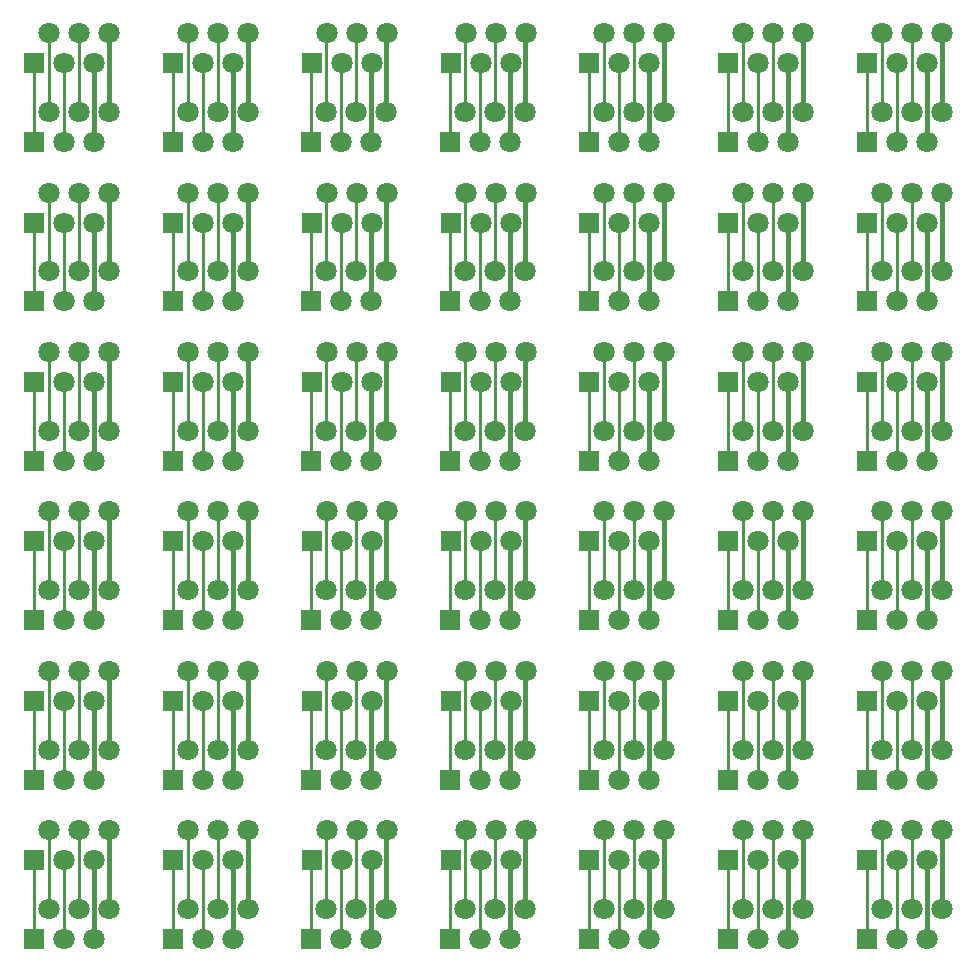
<source format=gbr>
G04 #@! TF.GenerationSoftware,KiCad,Pcbnew,5.1.0-060a0da~80~ubuntu18.04.1*
G04 #@! TF.CreationDate,2019-05-13T00:31:07+02:00*
G04 #@! TF.ProjectId,spi_connector_board_micromatch_only_5x5_panel,7370695f-636f-46e6-9e65-63746f725f62,rev?*
G04 #@! TF.SameCoordinates,Original*
G04 #@! TF.FileFunction,Copper,L1,Top*
G04 #@! TF.FilePolarity,Positive*
%FSLAX46Y46*%
G04 Gerber Fmt 4.6, Leading zero omitted, Abs format (unit mm)*
G04 Created by KiCad (PCBNEW 5.1.0-060a0da~80~ubuntu18.04.1) date 2019-05-13 00:31:07*
%MOMM*%
%LPD*%
G04 APERTURE LIST*
%ADD10C,1.800000*%
%ADD11R,1.800000X1.800000*%
%ADD12C,0.250000*%
%ADD13C,0.400000*%
G04 APERTURE END LIST*
D10*
X155272500Y-143192000D03*
X154002500Y-145732000D03*
X152732500Y-143192000D03*
D11*
X151462500Y-145732000D03*
D10*
X156542500Y-145732000D03*
X157812500Y-143192000D03*
X143522500Y-143192000D03*
X142252500Y-145732000D03*
X140982500Y-143192000D03*
D11*
X139712500Y-145732000D03*
D10*
X144792500Y-145732000D03*
X146062500Y-143192000D03*
X131772500Y-143192000D03*
X130502500Y-145732000D03*
X129232500Y-143192000D03*
D11*
X127962500Y-145732000D03*
D10*
X133042500Y-145732000D03*
X134312500Y-143192000D03*
X120022500Y-143192000D03*
X118752500Y-145732000D03*
X117482500Y-143192000D03*
D11*
X116212500Y-145732000D03*
D10*
X121292500Y-145732000D03*
X122562500Y-143192000D03*
X108272500Y-143192000D03*
X107002500Y-145732000D03*
X105732500Y-143192000D03*
D11*
X104462500Y-145732000D03*
D10*
X109542500Y-145732000D03*
X110812500Y-143192000D03*
X96522500Y-143192000D03*
X95252500Y-145732000D03*
X93982500Y-143192000D03*
D11*
X92712500Y-145732000D03*
D10*
X97792500Y-145732000D03*
X99062500Y-143192000D03*
X84772500Y-143192000D03*
X83502500Y-145732000D03*
X82232500Y-143192000D03*
D11*
X80962500Y-145732000D03*
D10*
X86042500Y-145732000D03*
X87312500Y-143192000D03*
X155272500Y-129692000D03*
X154002500Y-132232000D03*
X152732500Y-129692000D03*
D11*
X151462500Y-132232000D03*
D10*
X156542500Y-132232000D03*
X157812500Y-129692000D03*
X143522500Y-129692000D03*
X142252500Y-132232000D03*
X140982500Y-129692000D03*
D11*
X139712500Y-132232000D03*
D10*
X144792500Y-132232000D03*
X146062500Y-129692000D03*
X131772500Y-129692000D03*
X130502500Y-132232000D03*
X129232500Y-129692000D03*
D11*
X127962500Y-132232000D03*
D10*
X133042500Y-132232000D03*
X134312500Y-129692000D03*
X120022500Y-129692000D03*
X118752500Y-132232000D03*
X117482500Y-129692000D03*
D11*
X116212500Y-132232000D03*
D10*
X121292500Y-132232000D03*
X122562500Y-129692000D03*
X108272500Y-129692000D03*
X107002500Y-132232000D03*
X105732500Y-129692000D03*
D11*
X104462500Y-132232000D03*
D10*
X109542500Y-132232000D03*
X110812500Y-129692000D03*
X96522500Y-129692000D03*
X95252500Y-132232000D03*
X93982500Y-129692000D03*
D11*
X92712500Y-132232000D03*
D10*
X97792500Y-132232000D03*
X99062500Y-129692000D03*
X84772500Y-129692000D03*
X83502500Y-132232000D03*
X82232500Y-129692000D03*
D11*
X80962500Y-132232000D03*
D10*
X86042500Y-132232000D03*
X87312500Y-129692000D03*
X155272500Y-116192000D03*
X154002500Y-118732000D03*
X152732500Y-116192000D03*
D11*
X151462500Y-118732000D03*
D10*
X156542500Y-118732000D03*
X157812500Y-116192000D03*
X143522500Y-116192000D03*
X142252500Y-118732000D03*
X140982500Y-116192000D03*
D11*
X139712500Y-118732000D03*
D10*
X144792500Y-118732000D03*
X146062500Y-116192000D03*
X131772500Y-116192000D03*
X130502500Y-118732000D03*
X129232500Y-116192000D03*
D11*
X127962500Y-118732000D03*
D10*
X133042500Y-118732000D03*
X134312500Y-116192000D03*
X120022500Y-116192000D03*
X118752500Y-118732000D03*
X117482500Y-116192000D03*
D11*
X116212500Y-118732000D03*
D10*
X121292500Y-118732000D03*
X122562500Y-116192000D03*
X108272500Y-116192000D03*
X107002500Y-118732000D03*
X105732500Y-116192000D03*
D11*
X104462500Y-118732000D03*
D10*
X109542500Y-118732000D03*
X110812500Y-116192000D03*
X96522500Y-116192000D03*
X95252500Y-118732000D03*
X93982500Y-116192000D03*
D11*
X92712500Y-118732000D03*
D10*
X97792500Y-118732000D03*
X99062500Y-116192000D03*
X84772500Y-116192000D03*
X83502500Y-118732000D03*
X82232500Y-116192000D03*
D11*
X80962500Y-118732000D03*
D10*
X86042500Y-118732000D03*
X87312500Y-116192000D03*
X155272500Y-102692000D03*
X154002500Y-105232000D03*
X152732500Y-102692000D03*
D11*
X151462500Y-105232000D03*
D10*
X156542500Y-105232000D03*
X157812500Y-102692000D03*
X143522500Y-102692000D03*
X142252500Y-105232000D03*
X140982500Y-102692000D03*
D11*
X139712500Y-105232000D03*
D10*
X144792500Y-105232000D03*
X146062500Y-102692000D03*
X131772500Y-102692000D03*
X130502500Y-105232000D03*
X129232500Y-102692000D03*
D11*
X127962500Y-105232000D03*
D10*
X133042500Y-105232000D03*
X134312500Y-102692000D03*
X120022500Y-102692000D03*
X118752500Y-105232000D03*
X117482500Y-102692000D03*
D11*
X116212500Y-105232000D03*
D10*
X121292500Y-105232000D03*
X122562500Y-102692000D03*
X108272500Y-102692000D03*
X107002500Y-105232000D03*
X105732500Y-102692000D03*
D11*
X104462500Y-105232000D03*
D10*
X109542500Y-105232000D03*
X110812500Y-102692000D03*
X96522500Y-102692000D03*
X95252500Y-105232000D03*
X93982500Y-102692000D03*
D11*
X92712500Y-105232000D03*
D10*
X97792500Y-105232000D03*
X99062500Y-102692000D03*
X84772500Y-102692000D03*
X83502500Y-105232000D03*
X82232500Y-102692000D03*
D11*
X80962500Y-105232000D03*
D10*
X86042500Y-105232000D03*
X87312500Y-102692000D03*
X155272500Y-89192000D03*
X154002500Y-91732000D03*
X152732500Y-89192000D03*
D11*
X151462500Y-91732000D03*
D10*
X156542500Y-91732000D03*
X157812500Y-89192000D03*
X143522500Y-89192000D03*
X142252500Y-91732000D03*
X140982500Y-89192000D03*
D11*
X139712500Y-91732000D03*
D10*
X144792500Y-91732000D03*
X146062500Y-89192000D03*
X131772500Y-89192000D03*
X130502500Y-91732000D03*
X129232500Y-89192000D03*
D11*
X127962500Y-91732000D03*
D10*
X133042500Y-91732000D03*
X134312500Y-89192000D03*
X120022500Y-89192000D03*
X118752500Y-91732000D03*
X117482500Y-89192000D03*
D11*
X116212500Y-91732000D03*
D10*
X121292500Y-91732000D03*
X122562500Y-89192000D03*
X108272500Y-89192000D03*
X107002500Y-91732000D03*
X105732500Y-89192000D03*
D11*
X104462500Y-91732000D03*
D10*
X109542500Y-91732000D03*
X110812500Y-89192000D03*
X96522500Y-89192000D03*
X95252500Y-91732000D03*
X93982500Y-89192000D03*
D11*
X92712500Y-91732000D03*
D10*
X97792500Y-91732000D03*
X99062500Y-89192000D03*
X84772500Y-89192000D03*
X83502500Y-91732000D03*
X82232500Y-89192000D03*
D11*
X80962500Y-91732000D03*
D10*
X86042500Y-91732000D03*
X87312500Y-89192000D03*
X155272500Y-75692000D03*
X154002500Y-78232000D03*
X152732500Y-75692000D03*
D11*
X151462500Y-78232000D03*
D10*
X156542500Y-78232000D03*
X157812500Y-75692000D03*
X143522500Y-75692000D03*
X142252500Y-78232000D03*
X140982500Y-75692000D03*
D11*
X139712500Y-78232000D03*
D10*
X144792500Y-78232000D03*
X146062500Y-75692000D03*
X131772500Y-75692000D03*
X130502500Y-78232000D03*
X129232500Y-75692000D03*
D11*
X127962500Y-78232000D03*
D10*
X133042500Y-78232000D03*
X134312500Y-75692000D03*
X120022500Y-75692000D03*
X118752500Y-78232000D03*
X117482500Y-75692000D03*
D11*
X116212500Y-78232000D03*
D10*
X121292500Y-78232000D03*
X122562500Y-75692000D03*
X108272500Y-75692000D03*
X107002500Y-78232000D03*
X105732500Y-75692000D03*
D11*
X104462500Y-78232000D03*
D10*
X109542500Y-78232000D03*
X110812500Y-75692000D03*
X96522500Y-75692000D03*
X95252500Y-78232000D03*
X93982500Y-75692000D03*
D11*
X92712500Y-78232000D03*
D10*
X97792500Y-78232000D03*
X99062500Y-75692000D03*
X157781500Y-149865000D03*
X156511500Y-152405000D03*
D11*
X151431500Y-152405000D03*
D10*
X152701500Y-149865000D03*
X153971500Y-152405000D03*
X155241500Y-149865000D03*
X146031500Y-149865000D03*
X144761500Y-152405000D03*
D11*
X139681500Y-152405000D03*
D10*
X140951500Y-149865000D03*
X142221500Y-152405000D03*
X143491500Y-149865000D03*
X134281500Y-149865000D03*
X133011500Y-152405000D03*
D11*
X127931500Y-152405000D03*
D10*
X129201500Y-149865000D03*
X130471500Y-152405000D03*
X131741500Y-149865000D03*
X122531500Y-149865000D03*
X121261500Y-152405000D03*
D11*
X116181500Y-152405000D03*
D10*
X117451500Y-149865000D03*
X118721500Y-152405000D03*
X119991500Y-149865000D03*
X110781500Y-149865000D03*
X109511500Y-152405000D03*
D11*
X104431500Y-152405000D03*
D10*
X105701500Y-149865000D03*
X106971500Y-152405000D03*
X108241500Y-149865000D03*
X99031500Y-149865000D03*
X97761500Y-152405000D03*
D11*
X92681500Y-152405000D03*
D10*
X93951500Y-149865000D03*
X95221500Y-152405000D03*
X96491500Y-149865000D03*
X87281500Y-149865000D03*
X86011500Y-152405000D03*
D11*
X80931500Y-152405000D03*
D10*
X82201500Y-149865000D03*
X83471500Y-152405000D03*
X84741500Y-149865000D03*
X157781500Y-136365000D03*
X156511500Y-138905000D03*
D11*
X151431500Y-138905000D03*
D10*
X152701500Y-136365000D03*
X153971500Y-138905000D03*
X155241500Y-136365000D03*
X146031500Y-136365000D03*
X144761500Y-138905000D03*
D11*
X139681500Y-138905000D03*
D10*
X140951500Y-136365000D03*
X142221500Y-138905000D03*
X143491500Y-136365000D03*
X134281500Y-136365000D03*
X133011500Y-138905000D03*
D11*
X127931500Y-138905000D03*
D10*
X129201500Y-136365000D03*
X130471500Y-138905000D03*
X131741500Y-136365000D03*
X122531500Y-136365000D03*
X121261500Y-138905000D03*
D11*
X116181500Y-138905000D03*
D10*
X117451500Y-136365000D03*
X118721500Y-138905000D03*
X119991500Y-136365000D03*
X110781500Y-136365000D03*
X109511500Y-138905000D03*
D11*
X104431500Y-138905000D03*
D10*
X105701500Y-136365000D03*
X106971500Y-138905000D03*
X108241500Y-136365000D03*
X99031500Y-136365000D03*
X97761500Y-138905000D03*
D11*
X92681500Y-138905000D03*
D10*
X93951500Y-136365000D03*
X95221500Y-138905000D03*
X96491500Y-136365000D03*
X87281500Y-136365000D03*
X86011500Y-138905000D03*
D11*
X80931500Y-138905000D03*
D10*
X82201500Y-136365000D03*
X83471500Y-138905000D03*
X84741500Y-136365000D03*
X157781500Y-122865000D03*
X156511500Y-125405000D03*
D11*
X151431500Y-125405000D03*
D10*
X152701500Y-122865000D03*
X153971500Y-125405000D03*
X155241500Y-122865000D03*
X146031500Y-122865000D03*
X144761500Y-125405000D03*
D11*
X139681500Y-125405000D03*
D10*
X140951500Y-122865000D03*
X142221500Y-125405000D03*
X143491500Y-122865000D03*
X134281500Y-122865000D03*
X133011500Y-125405000D03*
D11*
X127931500Y-125405000D03*
D10*
X129201500Y-122865000D03*
X130471500Y-125405000D03*
X131741500Y-122865000D03*
X122531500Y-122865000D03*
X121261500Y-125405000D03*
D11*
X116181500Y-125405000D03*
D10*
X117451500Y-122865000D03*
X118721500Y-125405000D03*
X119991500Y-122865000D03*
X110781500Y-122865000D03*
X109511500Y-125405000D03*
D11*
X104431500Y-125405000D03*
D10*
X105701500Y-122865000D03*
X106971500Y-125405000D03*
X108241500Y-122865000D03*
X99031500Y-122865000D03*
X97761500Y-125405000D03*
D11*
X92681500Y-125405000D03*
D10*
X93951500Y-122865000D03*
X95221500Y-125405000D03*
X96491500Y-122865000D03*
X87281500Y-122865000D03*
X86011500Y-125405000D03*
D11*
X80931500Y-125405000D03*
D10*
X82201500Y-122865000D03*
X83471500Y-125405000D03*
X84741500Y-122865000D03*
X157781500Y-109365000D03*
X156511500Y-111905000D03*
D11*
X151431500Y-111905000D03*
D10*
X152701500Y-109365000D03*
X153971500Y-111905000D03*
X155241500Y-109365000D03*
X146031500Y-109365000D03*
X144761500Y-111905000D03*
D11*
X139681500Y-111905000D03*
D10*
X140951500Y-109365000D03*
X142221500Y-111905000D03*
X143491500Y-109365000D03*
X134281500Y-109365000D03*
X133011500Y-111905000D03*
D11*
X127931500Y-111905000D03*
D10*
X129201500Y-109365000D03*
X130471500Y-111905000D03*
X131741500Y-109365000D03*
X122531500Y-109365000D03*
X121261500Y-111905000D03*
D11*
X116181500Y-111905000D03*
D10*
X117451500Y-109365000D03*
X118721500Y-111905000D03*
X119991500Y-109365000D03*
X110781500Y-109365000D03*
X109511500Y-111905000D03*
D11*
X104431500Y-111905000D03*
D10*
X105701500Y-109365000D03*
X106971500Y-111905000D03*
X108241500Y-109365000D03*
X99031500Y-109365000D03*
X97761500Y-111905000D03*
D11*
X92681500Y-111905000D03*
D10*
X93951500Y-109365000D03*
X95221500Y-111905000D03*
X96491500Y-109365000D03*
X87281500Y-109365000D03*
X86011500Y-111905000D03*
D11*
X80931500Y-111905000D03*
D10*
X82201500Y-109365000D03*
X83471500Y-111905000D03*
X84741500Y-109365000D03*
X157781500Y-95865000D03*
X156511500Y-98405000D03*
D11*
X151431500Y-98405000D03*
D10*
X152701500Y-95865000D03*
X153971500Y-98405000D03*
X155241500Y-95865000D03*
X146031500Y-95865000D03*
X144761500Y-98405000D03*
D11*
X139681500Y-98405000D03*
D10*
X140951500Y-95865000D03*
X142221500Y-98405000D03*
X143491500Y-95865000D03*
X134281500Y-95865000D03*
X133011500Y-98405000D03*
D11*
X127931500Y-98405000D03*
D10*
X129201500Y-95865000D03*
X130471500Y-98405000D03*
X131741500Y-95865000D03*
X122531500Y-95865000D03*
X121261500Y-98405000D03*
D11*
X116181500Y-98405000D03*
D10*
X117451500Y-95865000D03*
X118721500Y-98405000D03*
X119991500Y-95865000D03*
X110781500Y-95865000D03*
X109511500Y-98405000D03*
D11*
X104431500Y-98405000D03*
D10*
X105701500Y-95865000D03*
X106971500Y-98405000D03*
X108241500Y-95865000D03*
X99031500Y-95865000D03*
X97761500Y-98405000D03*
D11*
X92681500Y-98405000D03*
D10*
X93951500Y-95865000D03*
X95221500Y-98405000D03*
X96491500Y-95865000D03*
X87281500Y-95865000D03*
X86011500Y-98405000D03*
D11*
X80931500Y-98405000D03*
D10*
X82201500Y-95865000D03*
X83471500Y-98405000D03*
X84741500Y-95865000D03*
X157781500Y-82365000D03*
X156511500Y-84905000D03*
D11*
X151431500Y-84905000D03*
D10*
X152701500Y-82365000D03*
X153971500Y-84905000D03*
X155241500Y-82365000D03*
X146031500Y-82365000D03*
X144761500Y-84905000D03*
D11*
X139681500Y-84905000D03*
D10*
X140951500Y-82365000D03*
X142221500Y-84905000D03*
X143491500Y-82365000D03*
X134281500Y-82365000D03*
X133011500Y-84905000D03*
D11*
X127931500Y-84905000D03*
D10*
X129201500Y-82365000D03*
X130471500Y-84905000D03*
X131741500Y-82365000D03*
X122531500Y-82365000D03*
X121261500Y-84905000D03*
D11*
X116181500Y-84905000D03*
D10*
X117451500Y-82365000D03*
X118721500Y-84905000D03*
X119991500Y-82365000D03*
X110781500Y-82365000D03*
X109511500Y-84905000D03*
D11*
X104431500Y-84905000D03*
D10*
X105701500Y-82365000D03*
X106971500Y-84905000D03*
X108241500Y-82365000D03*
X99031500Y-82365000D03*
X97761500Y-84905000D03*
D11*
X92681500Y-84905000D03*
D10*
X93951500Y-82365000D03*
X95221500Y-84905000D03*
X96491500Y-82365000D03*
X84741500Y-82365000D03*
X83471500Y-84905000D03*
X82201500Y-82365000D03*
D11*
X80931500Y-84905000D03*
D10*
X86011500Y-84905000D03*
X87281500Y-82365000D03*
X87312500Y-75692000D03*
X86042500Y-78232000D03*
D11*
X80962500Y-78232000D03*
D10*
X82232500Y-75692000D03*
X83502500Y-78232000D03*
X84772500Y-75692000D03*
D12*
X80931500Y-78263000D02*
X80962500Y-78232000D01*
X80931500Y-84905000D02*
X80931500Y-78263000D01*
X82201500Y-75723000D02*
X82232500Y-75692000D01*
X82201500Y-82365000D02*
X82201500Y-75723000D01*
X83471500Y-78263000D02*
X83502500Y-78232000D01*
X83471500Y-84905000D02*
X83471500Y-78263000D01*
X84741500Y-75723000D02*
X84772500Y-75692000D01*
X84741500Y-82365000D02*
X84741500Y-75723000D01*
X86011500Y-78263000D02*
X86042500Y-78232000D01*
D13*
X86011500Y-84905000D02*
X86011500Y-78263000D01*
D12*
X87281500Y-75723000D02*
X87312500Y-75692000D01*
D13*
X87281500Y-82365000D02*
X87281500Y-75723000D01*
D12*
X92681500Y-78263000D02*
X92712500Y-78232000D01*
X104431500Y-78263000D02*
X104462500Y-78232000D01*
X116181500Y-78263000D02*
X116212500Y-78232000D01*
X127931500Y-78263000D02*
X127962500Y-78232000D01*
X139681500Y-78263000D02*
X139712500Y-78232000D01*
X151431500Y-78263000D02*
X151462500Y-78232000D01*
X80931500Y-91763000D02*
X80962500Y-91732000D01*
X92681500Y-91763000D02*
X92712500Y-91732000D01*
X104431500Y-91763000D02*
X104462500Y-91732000D01*
X116181500Y-91763000D02*
X116212500Y-91732000D01*
X127931500Y-91763000D02*
X127962500Y-91732000D01*
X139681500Y-91763000D02*
X139712500Y-91732000D01*
X151431500Y-91763000D02*
X151462500Y-91732000D01*
X80931500Y-105263000D02*
X80962500Y-105232000D01*
X92681500Y-105263000D02*
X92712500Y-105232000D01*
X104431500Y-105263000D02*
X104462500Y-105232000D01*
X116181500Y-105263000D02*
X116212500Y-105232000D01*
X127931500Y-105263000D02*
X127962500Y-105232000D01*
X139681500Y-105263000D02*
X139712500Y-105232000D01*
X151431500Y-105263000D02*
X151462500Y-105232000D01*
X80931500Y-118763000D02*
X80962500Y-118732000D01*
X92681500Y-118763000D02*
X92712500Y-118732000D01*
X104431500Y-118763000D02*
X104462500Y-118732000D01*
X116181500Y-118763000D02*
X116212500Y-118732000D01*
X127931500Y-118763000D02*
X127962500Y-118732000D01*
X139681500Y-118763000D02*
X139712500Y-118732000D01*
X151431500Y-118763000D02*
X151462500Y-118732000D01*
X80931500Y-132263000D02*
X80962500Y-132232000D01*
X92681500Y-132263000D02*
X92712500Y-132232000D01*
X104431500Y-132263000D02*
X104462500Y-132232000D01*
X116181500Y-132263000D02*
X116212500Y-132232000D01*
X127931500Y-132263000D02*
X127962500Y-132232000D01*
X139681500Y-132263000D02*
X139712500Y-132232000D01*
X151431500Y-132263000D02*
X151462500Y-132232000D01*
X80931500Y-145763000D02*
X80962500Y-145732000D01*
X92681500Y-145763000D02*
X92712500Y-145732000D01*
X104431500Y-145763000D02*
X104462500Y-145732000D01*
X116181500Y-145763000D02*
X116212500Y-145732000D01*
X127931500Y-145763000D02*
X127962500Y-145732000D01*
X139681500Y-145763000D02*
X139712500Y-145732000D01*
X151431500Y-145763000D02*
X151462500Y-145732000D01*
X92681500Y-84905000D02*
X92681500Y-78263000D01*
X104431500Y-84905000D02*
X104431500Y-78263000D01*
X116181500Y-84905000D02*
X116181500Y-78263000D01*
X127931500Y-84905000D02*
X127931500Y-78263000D01*
X139681500Y-84905000D02*
X139681500Y-78263000D01*
X151431500Y-84905000D02*
X151431500Y-78263000D01*
X80931500Y-98405000D02*
X80931500Y-91763000D01*
X92681500Y-98405000D02*
X92681500Y-91763000D01*
X104431500Y-98405000D02*
X104431500Y-91763000D01*
X116181500Y-98405000D02*
X116181500Y-91763000D01*
X127931500Y-98405000D02*
X127931500Y-91763000D01*
X139681500Y-98405000D02*
X139681500Y-91763000D01*
X151431500Y-98405000D02*
X151431500Y-91763000D01*
X80931500Y-111905000D02*
X80931500Y-105263000D01*
X92681500Y-111905000D02*
X92681500Y-105263000D01*
X104431500Y-111905000D02*
X104431500Y-105263000D01*
X116181500Y-111905000D02*
X116181500Y-105263000D01*
X127931500Y-111905000D02*
X127931500Y-105263000D01*
X139681500Y-111905000D02*
X139681500Y-105263000D01*
X151431500Y-111905000D02*
X151431500Y-105263000D01*
X80931500Y-125405000D02*
X80931500Y-118763000D01*
X92681500Y-125405000D02*
X92681500Y-118763000D01*
X104431500Y-125405000D02*
X104431500Y-118763000D01*
X116181500Y-125405000D02*
X116181500Y-118763000D01*
X127931500Y-125405000D02*
X127931500Y-118763000D01*
X139681500Y-125405000D02*
X139681500Y-118763000D01*
X151431500Y-125405000D02*
X151431500Y-118763000D01*
X80931500Y-138905000D02*
X80931500Y-132263000D01*
X92681500Y-138905000D02*
X92681500Y-132263000D01*
X104431500Y-138905000D02*
X104431500Y-132263000D01*
X116181500Y-138905000D02*
X116181500Y-132263000D01*
X127931500Y-138905000D02*
X127931500Y-132263000D01*
X139681500Y-138905000D02*
X139681500Y-132263000D01*
X151431500Y-138905000D02*
X151431500Y-132263000D01*
X80931500Y-152405000D02*
X80931500Y-145763000D01*
X92681500Y-152405000D02*
X92681500Y-145763000D01*
X104431500Y-152405000D02*
X104431500Y-145763000D01*
X116181500Y-152405000D02*
X116181500Y-145763000D01*
X127931500Y-152405000D02*
X127931500Y-145763000D01*
X139681500Y-152405000D02*
X139681500Y-145763000D01*
X151431500Y-152405000D02*
X151431500Y-145763000D01*
X93951500Y-75723000D02*
X93982500Y-75692000D01*
X105701500Y-75723000D02*
X105732500Y-75692000D01*
X117451500Y-75723000D02*
X117482500Y-75692000D01*
X129201500Y-75723000D02*
X129232500Y-75692000D01*
X140951500Y-75723000D02*
X140982500Y-75692000D01*
X152701500Y-75723000D02*
X152732500Y-75692000D01*
X82201500Y-89223000D02*
X82232500Y-89192000D01*
X93951500Y-89223000D02*
X93982500Y-89192000D01*
X105701500Y-89223000D02*
X105732500Y-89192000D01*
X117451500Y-89223000D02*
X117482500Y-89192000D01*
X129201500Y-89223000D02*
X129232500Y-89192000D01*
X140951500Y-89223000D02*
X140982500Y-89192000D01*
X152701500Y-89223000D02*
X152732500Y-89192000D01*
X82201500Y-102723000D02*
X82232500Y-102692000D01*
X93951500Y-102723000D02*
X93982500Y-102692000D01*
X105701500Y-102723000D02*
X105732500Y-102692000D01*
X117451500Y-102723000D02*
X117482500Y-102692000D01*
X129201500Y-102723000D02*
X129232500Y-102692000D01*
X140951500Y-102723000D02*
X140982500Y-102692000D01*
X152701500Y-102723000D02*
X152732500Y-102692000D01*
X82201500Y-116223000D02*
X82232500Y-116192000D01*
X93951500Y-116223000D02*
X93982500Y-116192000D01*
X105701500Y-116223000D02*
X105732500Y-116192000D01*
X117451500Y-116223000D02*
X117482500Y-116192000D01*
X129201500Y-116223000D02*
X129232500Y-116192000D01*
X140951500Y-116223000D02*
X140982500Y-116192000D01*
X152701500Y-116223000D02*
X152732500Y-116192000D01*
X82201500Y-129723000D02*
X82232500Y-129692000D01*
X93951500Y-129723000D02*
X93982500Y-129692000D01*
X105701500Y-129723000D02*
X105732500Y-129692000D01*
X117451500Y-129723000D02*
X117482500Y-129692000D01*
X129201500Y-129723000D02*
X129232500Y-129692000D01*
X140951500Y-129723000D02*
X140982500Y-129692000D01*
X152701500Y-129723000D02*
X152732500Y-129692000D01*
X82201500Y-143223000D02*
X82232500Y-143192000D01*
X93951500Y-143223000D02*
X93982500Y-143192000D01*
X105701500Y-143223000D02*
X105732500Y-143192000D01*
X117451500Y-143223000D02*
X117482500Y-143192000D01*
X129201500Y-143223000D02*
X129232500Y-143192000D01*
X140951500Y-143223000D02*
X140982500Y-143192000D01*
X152701500Y-143223000D02*
X152732500Y-143192000D01*
X93951500Y-82365000D02*
X93951500Y-75723000D01*
X105701500Y-82365000D02*
X105701500Y-75723000D01*
X117451500Y-82365000D02*
X117451500Y-75723000D01*
X129201500Y-82365000D02*
X129201500Y-75723000D01*
X140951500Y-82365000D02*
X140951500Y-75723000D01*
X152701500Y-82365000D02*
X152701500Y-75723000D01*
X82201500Y-95865000D02*
X82201500Y-89223000D01*
X93951500Y-95865000D02*
X93951500Y-89223000D01*
X105701500Y-95865000D02*
X105701500Y-89223000D01*
X117451500Y-95865000D02*
X117451500Y-89223000D01*
X129201500Y-95865000D02*
X129201500Y-89223000D01*
X140951500Y-95865000D02*
X140951500Y-89223000D01*
X152701500Y-95865000D02*
X152701500Y-89223000D01*
X82201500Y-109365000D02*
X82201500Y-102723000D01*
X93951500Y-109365000D02*
X93951500Y-102723000D01*
X105701500Y-109365000D02*
X105701500Y-102723000D01*
X117451500Y-109365000D02*
X117451500Y-102723000D01*
X129201500Y-109365000D02*
X129201500Y-102723000D01*
X140951500Y-109365000D02*
X140951500Y-102723000D01*
X152701500Y-109365000D02*
X152701500Y-102723000D01*
X82201500Y-122865000D02*
X82201500Y-116223000D01*
X93951500Y-122865000D02*
X93951500Y-116223000D01*
X105701500Y-122865000D02*
X105701500Y-116223000D01*
X117451500Y-122865000D02*
X117451500Y-116223000D01*
X129201500Y-122865000D02*
X129201500Y-116223000D01*
X140951500Y-122865000D02*
X140951500Y-116223000D01*
X152701500Y-122865000D02*
X152701500Y-116223000D01*
X82201500Y-136365000D02*
X82201500Y-129723000D01*
X93951500Y-136365000D02*
X93951500Y-129723000D01*
X105701500Y-136365000D02*
X105701500Y-129723000D01*
X117451500Y-136365000D02*
X117451500Y-129723000D01*
X129201500Y-136365000D02*
X129201500Y-129723000D01*
X140951500Y-136365000D02*
X140951500Y-129723000D01*
X152701500Y-136365000D02*
X152701500Y-129723000D01*
X82201500Y-149865000D02*
X82201500Y-143223000D01*
X93951500Y-149865000D02*
X93951500Y-143223000D01*
X105701500Y-149865000D02*
X105701500Y-143223000D01*
X117451500Y-149865000D02*
X117451500Y-143223000D01*
X129201500Y-149865000D02*
X129201500Y-143223000D01*
X140951500Y-149865000D02*
X140951500Y-143223000D01*
X152701500Y-149865000D02*
X152701500Y-143223000D01*
X95221500Y-78263000D02*
X95252500Y-78232000D01*
X106971500Y-78263000D02*
X107002500Y-78232000D01*
X118721500Y-78263000D02*
X118752500Y-78232000D01*
X130471500Y-78263000D02*
X130502500Y-78232000D01*
X142221500Y-78263000D02*
X142252500Y-78232000D01*
X153971500Y-78263000D02*
X154002500Y-78232000D01*
X83471500Y-91763000D02*
X83502500Y-91732000D01*
X95221500Y-91763000D02*
X95252500Y-91732000D01*
X106971500Y-91763000D02*
X107002500Y-91732000D01*
X118721500Y-91763000D02*
X118752500Y-91732000D01*
X130471500Y-91763000D02*
X130502500Y-91732000D01*
X142221500Y-91763000D02*
X142252500Y-91732000D01*
X153971500Y-91763000D02*
X154002500Y-91732000D01*
X83471500Y-105263000D02*
X83502500Y-105232000D01*
X95221500Y-105263000D02*
X95252500Y-105232000D01*
X106971500Y-105263000D02*
X107002500Y-105232000D01*
X118721500Y-105263000D02*
X118752500Y-105232000D01*
X130471500Y-105263000D02*
X130502500Y-105232000D01*
X142221500Y-105263000D02*
X142252500Y-105232000D01*
X153971500Y-105263000D02*
X154002500Y-105232000D01*
X83471500Y-118763000D02*
X83502500Y-118732000D01*
X95221500Y-118763000D02*
X95252500Y-118732000D01*
X106971500Y-118763000D02*
X107002500Y-118732000D01*
X118721500Y-118763000D02*
X118752500Y-118732000D01*
X130471500Y-118763000D02*
X130502500Y-118732000D01*
X142221500Y-118763000D02*
X142252500Y-118732000D01*
X153971500Y-118763000D02*
X154002500Y-118732000D01*
X83471500Y-132263000D02*
X83502500Y-132232000D01*
X95221500Y-132263000D02*
X95252500Y-132232000D01*
X106971500Y-132263000D02*
X107002500Y-132232000D01*
X118721500Y-132263000D02*
X118752500Y-132232000D01*
X130471500Y-132263000D02*
X130502500Y-132232000D01*
X142221500Y-132263000D02*
X142252500Y-132232000D01*
X153971500Y-132263000D02*
X154002500Y-132232000D01*
X83471500Y-145763000D02*
X83502500Y-145732000D01*
X95221500Y-145763000D02*
X95252500Y-145732000D01*
X106971500Y-145763000D02*
X107002500Y-145732000D01*
X118721500Y-145763000D02*
X118752500Y-145732000D01*
X130471500Y-145763000D02*
X130502500Y-145732000D01*
X142221500Y-145763000D02*
X142252500Y-145732000D01*
X153971500Y-145763000D02*
X154002500Y-145732000D01*
X95221500Y-84905000D02*
X95221500Y-78263000D01*
X106971500Y-84905000D02*
X106971500Y-78263000D01*
X118721500Y-84905000D02*
X118721500Y-78263000D01*
X130471500Y-84905000D02*
X130471500Y-78263000D01*
X142221500Y-84905000D02*
X142221500Y-78263000D01*
X153971500Y-84905000D02*
X153971500Y-78263000D01*
X83471500Y-98405000D02*
X83471500Y-91763000D01*
X95221500Y-98405000D02*
X95221500Y-91763000D01*
X106971500Y-98405000D02*
X106971500Y-91763000D01*
X118721500Y-98405000D02*
X118721500Y-91763000D01*
X130471500Y-98405000D02*
X130471500Y-91763000D01*
X142221500Y-98405000D02*
X142221500Y-91763000D01*
X153971500Y-98405000D02*
X153971500Y-91763000D01*
X83471500Y-111905000D02*
X83471500Y-105263000D01*
X95221500Y-111905000D02*
X95221500Y-105263000D01*
X106971500Y-111905000D02*
X106971500Y-105263000D01*
X118721500Y-111905000D02*
X118721500Y-105263000D01*
X130471500Y-111905000D02*
X130471500Y-105263000D01*
X142221500Y-111905000D02*
X142221500Y-105263000D01*
X153971500Y-111905000D02*
X153971500Y-105263000D01*
X83471500Y-125405000D02*
X83471500Y-118763000D01*
X95221500Y-125405000D02*
X95221500Y-118763000D01*
X106971500Y-125405000D02*
X106971500Y-118763000D01*
X118721500Y-125405000D02*
X118721500Y-118763000D01*
X130471500Y-125405000D02*
X130471500Y-118763000D01*
X142221500Y-125405000D02*
X142221500Y-118763000D01*
X153971500Y-125405000D02*
X153971500Y-118763000D01*
X83471500Y-138905000D02*
X83471500Y-132263000D01*
X95221500Y-138905000D02*
X95221500Y-132263000D01*
X106971500Y-138905000D02*
X106971500Y-132263000D01*
X118721500Y-138905000D02*
X118721500Y-132263000D01*
X130471500Y-138905000D02*
X130471500Y-132263000D01*
X142221500Y-138905000D02*
X142221500Y-132263000D01*
X153971500Y-138905000D02*
X153971500Y-132263000D01*
X83471500Y-152405000D02*
X83471500Y-145763000D01*
X95221500Y-152405000D02*
X95221500Y-145763000D01*
X106971500Y-152405000D02*
X106971500Y-145763000D01*
X118721500Y-152405000D02*
X118721500Y-145763000D01*
X130471500Y-152405000D02*
X130471500Y-145763000D01*
X142221500Y-152405000D02*
X142221500Y-145763000D01*
X153971500Y-152405000D02*
X153971500Y-145763000D01*
X96491500Y-75723000D02*
X96522500Y-75692000D01*
X108241500Y-75723000D02*
X108272500Y-75692000D01*
X119991500Y-75723000D02*
X120022500Y-75692000D01*
X131741500Y-75723000D02*
X131772500Y-75692000D01*
X143491500Y-75723000D02*
X143522500Y-75692000D01*
X155241500Y-75723000D02*
X155272500Y-75692000D01*
X84741500Y-89223000D02*
X84772500Y-89192000D01*
X96491500Y-89223000D02*
X96522500Y-89192000D01*
X108241500Y-89223000D02*
X108272500Y-89192000D01*
X119991500Y-89223000D02*
X120022500Y-89192000D01*
X131741500Y-89223000D02*
X131772500Y-89192000D01*
X143491500Y-89223000D02*
X143522500Y-89192000D01*
X155241500Y-89223000D02*
X155272500Y-89192000D01*
X84741500Y-102723000D02*
X84772500Y-102692000D01*
X96491500Y-102723000D02*
X96522500Y-102692000D01*
X108241500Y-102723000D02*
X108272500Y-102692000D01*
X119991500Y-102723000D02*
X120022500Y-102692000D01*
X131741500Y-102723000D02*
X131772500Y-102692000D01*
X143491500Y-102723000D02*
X143522500Y-102692000D01*
X155241500Y-102723000D02*
X155272500Y-102692000D01*
X84741500Y-116223000D02*
X84772500Y-116192000D01*
X96491500Y-116223000D02*
X96522500Y-116192000D01*
X108241500Y-116223000D02*
X108272500Y-116192000D01*
X119991500Y-116223000D02*
X120022500Y-116192000D01*
X131741500Y-116223000D02*
X131772500Y-116192000D01*
X143491500Y-116223000D02*
X143522500Y-116192000D01*
X155241500Y-116223000D02*
X155272500Y-116192000D01*
X84741500Y-129723000D02*
X84772500Y-129692000D01*
X96491500Y-129723000D02*
X96522500Y-129692000D01*
X108241500Y-129723000D02*
X108272500Y-129692000D01*
X119991500Y-129723000D02*
X120022500Y-129692000D01*
X131741500Y-129723000D02*
X131772500Y-129692000D01*
X143491500Y-129723000D02*
X143522500Y-129692000D01*
X155241500Y-129723000D02*
X155272500Y-129692000D01*
X84741500Y-143223000D02*
X84772500Y-143192000D01*
X96491500Y-143223000D02*
X96522500Y-143192000D01*
X108241500Y-143223000D02*
X108272500Y-143192000D01*
X119991500Y-143223000D02*
X120022500Y-143192000D01*
X131741500Y-143223000D02*
X131772500Y-143192000D01*
X143491500Y-143223000D02*
X143522500Y-143192000D01*
X155241500Y-143223000D02*
X155272500Y-143192000D01*
X96491500Y-82365000D02*
X96491500Y-75723000D01*
X108241500Y-82365000D02*
X108241500Y-75723000D01*
X119991500Y-82365000D02*
X119991500Y-75723000D01*
X131741500Y-82365000D02*
X131741500Y-75723000D01*
X143491500Y-82365000D02*
X143491500Y-75723000D01*
X155241500Y-82365000D02*
X155241500Y-75723000D01*
X84741500Y-95865000D02*
X84741500Y-89223000D01*
X96491500Y-95865000D02*
X96491500Y-89223000D01*
X108241500Y-95865000D02*
X108241500Y-89223000D01*
X119991500Y-95865000D02*
X119991500Y-89223000D01*
X131741500Y-95865000D02*
X131741500Y-89223000D01*
X143491500Y-95865000D02*
X143491500Y-89223000D01*
X155241500Y-95865000D02*
X155241500Y-89223000D01*
X84741500Y-109365000D02*
X84741500Y-102723000D01*
X96491500Y-109365000D02*
X96491500Y-102723000D01*
X108241500Y-109365000D02*
X108241500Y-102723000D01*
X119991500Y-109365000D02*
X119991500Y-102723000D01*
X131741500Y-109365000D02*
X131741500Y-102723000D01*
X143491500Y-109365000D02*
X143491500Y-102723000D01*
X155241500Y-109365000D02*
X155241500Y-102723000D01*
X84741500Y-122865000D02*
X84741500Y-116223000D01*
X96491500Y-122865000D02*
X96491500Y-116223000D01*
X108241500Y-122865000D02*
X108241500Y-116223000D01*
X119991500Y-122865000D02*
X119991500Y-116223000D01*
X131741500Y-122865000D02*
X131741500Y-116223000D01*
X143491500Y-122865000D02*
X143491500Y-116223000D01*
X155241500Y-122865000D02*
X155241500Y-116223000D01*
X84741500Y-136365000D02*
X84741500Y-129723000D01*
X96491500Y-136365000D02*
X96491500Y-129723000D01*
X108241500Y-136365000D02*
X108241500Y-129723000D01*
X119991500Y-136365000D02*
X119991500Y-129723000D01*
X131741500Y-136365000D02*
X131741500Y-129723000D01*
X143491500Y-136365000D02*
X143491500Y-129723000D01*
X155241500Y-136365000D02*
X155241500Y-129723000D01*
X84741500Y-149865000D02*
X84741500Y-143223000D01*
X96491500Y-149865000D02*
X96491500Y-143223000D01*
X108241500Y-149865000D02*
X108241500Y-143223000D01*
X119991500Y-149865000D02*
X119991500Y-143223000D01*
X131741500Y-149865000D02*
X131741500Y-143223000D01*
X143491500Y-149865000D02*
X143491500Y-143223000D01*
X155241500Y-149865000D02*
X155241500Y-143223000D01*
X97761500Y-78263000D02*
X97792500Y-78232000D01*
X109511500Y-78263000D02*
X109542500Y-78232000D01*
X121261500Y-78263000D02*
X121292500Y-78232000D01*
X133011500Y-78263000D02*
X133042500Y-78232000D01*
X144761500Y-78263000D02*
X144792500Y-78232000D01*
X156511500Y-78263000D02*
X156542500Y-78232000D01*
X86011500Y-91763000D02*
X86042500Y-91732000D01*
X97761500Y-91763000D02*
X97792500Y-91732000D01*
X109511500Y-91763000D02*
X109542500Y-91732000D01*
X121261500Y-91763000D02*
X121292500Y-91732000D01*
X133011500Y-91763000D02*
X133042500Y-91732000D01*
X144761500Y-91763000D02*
X144792500Y-91732000D01*
X156511500Y-91763000D02*
X156542500Y-91732000D01*
X86011500Y-105263000D02*
X86042500Y-105232000D01*
X97761500Y-105263000D02*
X97792500Y-105232000D01*
X109511500Y-105263000D02*
X109542500Y-105232000D01*
X121261500Y-105263000D02*
X121292500Y-105232000D01*
X133011500Y-105263000D02*
X133042500Y-105232000D01*
X144761500Y-105263000D02*
X144792500Y-105232000D01*
X156511500Y-105263000D02*
X156542500Y-105232000D01*
X86011500Y-118763000D02*
X86042500Y-118732000D01*
X97761500Y-118763000D02*
X97792500Y-118732000D01*
X109511500Y-118763000D02*
X109542500Y-118732000D01*
X121261500Y-118763000D02*
X121292500Y-118732000D01*
X133011500Y-118763000D02*
X133042500Y-118732000D01*
X144761500Y-118763000D02*
X144792500Y-118732000D01*
X156511500Y-118763000D02*
X156542500Y-118732000D01*
X86011500Y-132263000D02*
X86042500Y-132232000D01*
X97761500Y-132263000D02*
X97792500Y-132232000D01*
X109511500Y-132263000D02*
X109542500Y-132232000D01*
X121261500Y-132263000D02*
X121292500Y-132232000D01*
X133011500Y-132263000D02*
X133042500Y-132232000D01*
X144761500Y-132263000D02*
X144792500Y-132232000D01*
X156511500Y-132263000D02*
X156542500Y-132232000D01*
X86011500Y-145763000D02*
X86042500Y-145732000D01*
X97761500Y-145763000D02*
X97792500Y-145732000D01*
X109511500Y-145763000D02*
X109542500Y-145732000D01*
X121261500Y-145763000D02*
X121292500Y-145732000D01*
X133011500Y-145763000D02*
X133042500Y-145732000D01*
X144761500Y-145763000D02*
X144792500Y-145732000D01*
X156511500Y-145763000D02*
X156542500Y-145732000D01*
D13*
X97761500Y-84905000D02*
X97761500Y-78263000D01*
X109511500Y-84905000D02*
X109511500Y-78263000D01*
X121261500Y-84905000D02*
X121261500Y-78263000D01*
X133011500Y-84905000D02*
X133011500Y-78263000D01*
X144761500Y-84905000D02*
X144761500Y-78263000D01*
X156511500Y-84905000D02*
X156511500Y-78263000D01*
X86011500Y-98405000D02*
X86011500Y-91763000D01*
X97761500Y-98405000D02*
X97761500Y-91763000D01*
X109511500Y-98405000D02*
X109511500Y-91763000D01*
X121261500Y-98405000D02*
X121261500Y-91763000D01*
X133011500Y-98405000D02*
X133011500Y-91763000D01*
X144761500Y-98405000D02*
X144761500Y-91763000D01*
X156511500Y-98405000D02*
X156511500Y-91763000D01*
X86011500Y-111905000D02*
X86011500Y-105263000D01*
X97761500Y-111905000D02*
X97761500Y-105263000D01*
X109511500Y-111905000D02*
X109511500Y-105263000D01*
X121261500Y-111905000D02*
X121261500Y-105263000D01*
X133011500Y-111905000D02*
X133011500Y-105263000D01*
X144761500Y-111905000D02*
X144761500Y-105263000D01*
X156511500Y-111905000D02*
X156511500Y-105263000D01*
X86011500Y-125405000D02*
X86011500Y-118763000D01*
X97761500Y-125405000D02*
X97761500Y-118763000D01*
X109511500Y-125405000D02*
X109511500Y-118763000D01*
X121261500Y-125405000D02*
X121261500Y-118763000D01*
X133011500Y-125405000D02*
X133011500Y-118763000D01*
X144761500Y-125405000D02*
X144761500Y-118763000D01*
X156511500Y-125405000D02*
X156511500Y-118763000D01*
X86011500Y-138905000D02*
X86011500Y-132263000D01*
X97761500Y-138905000D02*
X97761500Y-132263000D01*
X109511500Y-138905000D02*
X109511500Y-132263000D01*
X121261500Y-138905000D02*
X121261500Y-132263000D01*
X133011500Y-138905000D02*
X133011500Y-132263000D01*
X144761500Y-138905000D02*
X144761500Y-132263000D01*
X156511500Y-138905000D02*
X156511500Y-132263000D01*
X86011500Y-152405000D02*
X86011500Y-145763000D01*
X97761500Y-152405000D02*
X97761500Y-145763000D01*
X109511500Y-152405000D02*
X109511500Y-145763000D01*
X121261500Y-152405000D02*
X121261500Y-145763000D01*
X133011500Y-152405000D02*
X133011500Y-145763000D01*
X144761500Y-152405000D02*
X144761500Y-145763000D01*
X156511500Y-152405000D02*
X156511500Y-145763000D01*
D12*
X99031500Y-75723000D02*
X99062500Y-75692000D01*
X110781500Y-75723000D02*
X110812500Y-75692000D01*
X122531500Y-75723000D02*
X122562500Y-75692000D01*
X134281500Y-75723000D02*
X134312500Y-75692000D01*
X146031500Y-75723000D02*
X146062500Y-75692000D01*
X157781500Y-75723000D02*
X157812500Y-75692000D01*
X87281500Y-89223000D02*
X87312500Y-89192000D01*
X99031500Y-89223000D02*
X99062500Y-89192000D01*
X110781500Y-89223000D02*
X110812500Y-89192000D01*
X122531500Y-89223000D02*
X122562500Y-89192000D01*
X134281500Y-89223000D02*
X134312500Y-89192000D01*
X146031500Y-89223000D02*
X146062500Y-89192000D01*
X157781500Y-89223000D02*
X157812500Y-89192000D01*
X87281500Y-102723000D02*
X87312500Y-102692000D01*
X99031500Y-102723000D02*
X99062500Y-102692000D01*
X110781500Y-102723000D02*
X110812500Y-102692000D01*
X122531500Y-102723000D02*
X122562500Y-102692000D01*
X134281500Y-102723000D02*
X134312500Y-102692000D01*
X146031500Y-102723000D02*
X146062500Y-102692000D01*
X157781500Y-102723000D02*
X157812500Y-102692000D01*
X87281500Y-116223000D02*
X87312500Y-116192000D01*
X99031500Y-116223000D02*
X99062500Y-116192000D01*
X110781500Y-116223000D02*
X110812500Y-116192000D01*
X122531500Y-116223000D02*
X122562500Y-116192000D01*
X134281500Y-116223000D02*
X134312500Y-116192000D01*
X146031500Y-116223000D02*
X146062500Y-116192000D01*
X157781500Y-116223000D02*
X157812500Y-116192000D01*
X87281500Y-129723000D02*
X87312500Y-129692000D01*
X99031500Y-129723000D02*
X99062500Y-129692000D01*
X110781500Y-129723000D02*
X110812500Y-129692000D01*
X122531500Y-129723000D02*
X122562500Y-129692000D01*
X134281500Y-129723000D02*
X134312500Y-129692000D01*
X146031500Y-129723000D02*
X146062500Y-129692000D01*
X157781500Y-129723000D02*
X157812500Y-129692000D01*
X87281500Y-143223000D02*
X87312500Y-143192000D01*
X99031500Y-143223000D02*
X99062500Y-143192000D01*
X110781500Y-143223000D02*
X110812500Y-143192000D01*
X122531500Y-143223000D02*
X122562500Y-143192000D01*
X134281500Y-143223000D02*
X134312500Y-143192000D01*
X146031500Y-143223000D02*
X146062500Y-143192000D01*
X157781500Y-143223000D02*
X157812500Y-143192000D01*
D13*
X99031500Y-82365000D02*
X99031500Y-75723000D01*
X110781500Y-82365000D02*
X110781500Y-75723000D01*
X122531500Y-82365000D02*
X122531500Y-75723000D01*
X134281500Y-82365000D02*
X134281500Y-75723000D01*
X146031500Y-82365000D02*
X146031500Y-75723000D01*
X157781500Y-82365000D02*
X157781500Y-75723000D01*
X87281500Y-95865000D02*
X87281500Y-89223000D01*
X99031500Y-95865000D02*
X99031500Y-89223000D01*
X110781500Y-95865000D02*
X110781500Y-89223000D01*
X122531500Y-95865000D02*
X122531500Y-89223000D01*
X134281500Y-95865000D02*
X134281500Y-89223000D01*
X146031500Y-95865000D02*
X146031500Y-89223000D01*
X157781500Y-95865000D02*
X157781500Y-89223000D01*
X87281500Y-109365000D02*
X87281500Y-102723000D01*
X99031500Y-109365000D02*
X99031500Y-102723000D01*
X110781500Y-109365000D02*
X110781500Y-102723000D01*
X122531500Y-109365000D02*
X122531500Y-102723000D01*
X134281500Y-109365000D02*
X134281500Y-102723000D01*
X146031500Y-109365000D02*
X146031500Y-102723000D01*
X157781500Y-109365000D02*
X157781500Y-102723000D01*
X87281500Y-122865000D02*
X87281500Y-116223000D01*
X99031500Y-122865000D02*
X99031500Y-116223000D01*
X110781500Y-122865000D02*
X110781500Y-116223000D01*
X122531500Y-122865000D02*
X122531500Y-116223000D01*
X134281500Y-122865000D02*
X134281500Y-116223000D01*
X146031500Y-122865000D02*
X146031500Y-116223000D01*
X157781500Y-122865000D02*
X157781500Y-116223000D01*
X87281500Y-136365000D02*
X87281500Y-129723000D01*
X99031500Y-136365000D02*
X99031500Y-129723000D01*
X110781500Y-136365000D02*
X110781500Y-129723000D01*
X122531500Y-136365000D02*
X122531500Y-129723000D01*
X134281500Y-136365000D02*
X134281500Y-129723000D01*
X146031500Y-136365000D02*
X146031500Y-129723000D01*
X157781500Y-136365000D02*
X157781500Y-129723000D01*
X87281500Y-149865000D02*
X87281500Y-143223000D01*
X99031500Y-149865000D02*
X99031500Y-143223000D01*
X110781500Y-149865000D02*
X110781500Y-143223000D01*
X122531500Y-149865000D02*
X122531500Y-143223000D01*
X134281500Y-149865000D02*
X134281500Y-143223000D01*
X146031500Y-149865000D02*
X146031500Y-143223000D01*
X157781500Y-149865000D02*
X157781500Y-143223000D01*
M02*

</source>
